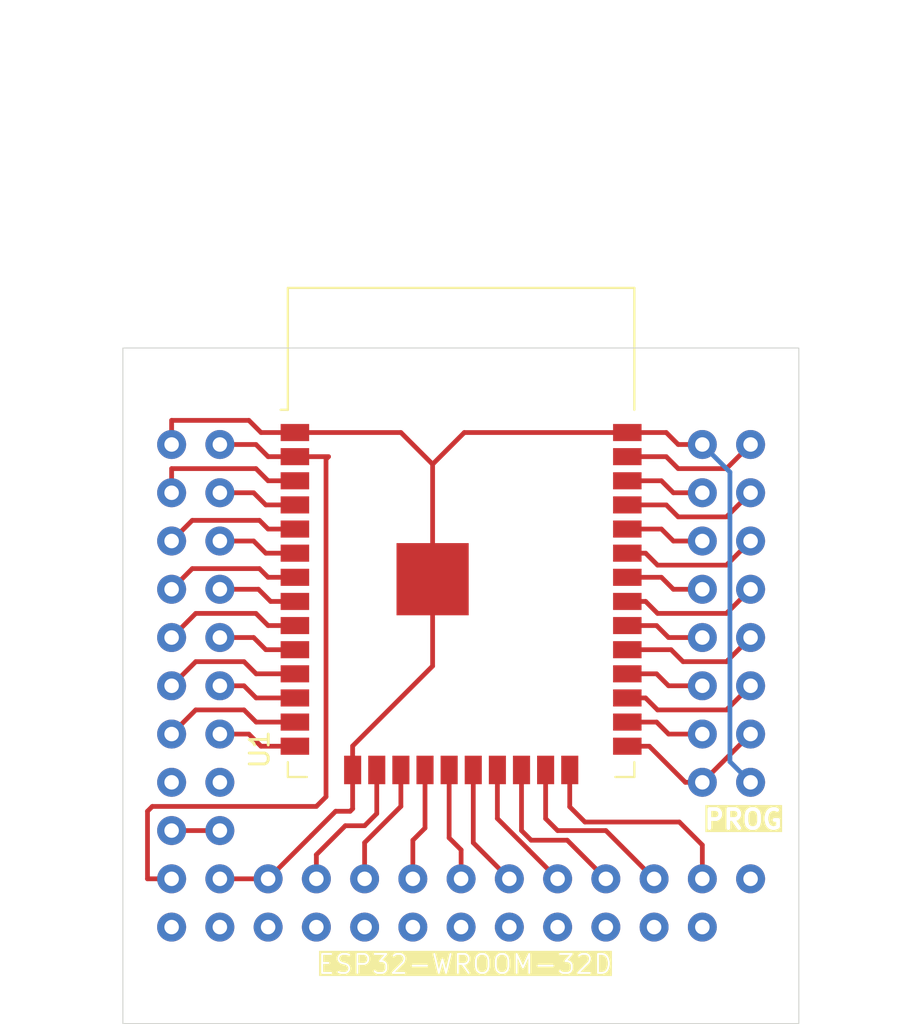
<source format=kicad_pcb>
(kicad_pcb (version 20221018) (generator pcbnew)
  (layers (0 "F.Cu" signal) (31 "B.Cu" signal) (34 "B.Paste" user) (35 "F.Paste" user) (36 "B.SilkS" user "B.Silkscreen") (37 "F.SilkS" user "F.Silkscreen") (38 "B.Mask" user) (39 "F.Mask" user) (44 "Edge.Cuts" user))
  (net 0 "")
  (net 1 "Net-(U1-GND-Pad1)")
  (net 2 "unconnected-(U1-VDD-Pad2)")
  (net 3 "unconnected-(U1-EN-Pad3)")
  (net 4 "unconnected-(U1-SENSOR_VP-Pad4)")
  (net 5 "unconnected-(U1-SENSOR_VN-Pad5)")
  (net 6 "unconnected-(U1-IO34-Pad6)")
  (net 7 "unconnected-(U1-IO35-Pad7)")
  (net 8 "unconnected-(U1-IO32-Pad8)")
  (net 9 "unconnected-(U1-IO33-Pad9)")
  (net 10 "unconnected-(U1-IO25-Pad10)")
  (net 11 "unconnected-(U1-IO26-Pad11)")
  (net 12 "unconnected-(U1-IO27-Pad12)")
  (net 13 "unconnected-(U1-IO14-Pad13)")
  (net 14 "unconnected-(U1-IO12-Pad14)")
  (net 15 "unconnected-(U1-IO13-Pad16)")
  (net 16 "unconnected-(U1-SHD{slash}SD2-Pad17)")
  (net 17 "unconnected-(U1-SWP{slash}SD3-Pad18)")
  (net 18 "unconnected-(U1-SCS{slash}CMD-Pad19)")
  (net 19 "unconnected-(U1-SCK{slash}CLK-Pad20)")
  (net 20 "unconnected-(U1-SDO{slash}SD0-Pad21)")
  (net 21 "unconnected-(U1-SDI{slash}SD1-Pad22)")
  (net 22 "unconnected-(U1-IO15-Pad23)")
  (net 23 "unconnected-(U1-IO2-Pad24)")
  (net 24 "unconnected-(U1-IO0-Pad25)")
  (net 25 "unconnected-(U1-IO4-Pad26)")
  (net 26 "unconnected-(U1-IO16-Pad27)")
  (net 27 "unconnected-(U1-IO17-Pad28)")
  (net 28 "unconnected-(U1-IO5-Pad29)")
  (net 29 "unconnected-(U1-IO18-Pad30)")
  (net 30 "unconnected-(U1-IO19-Pad31)")
  (net 31 "unconnected-(U1-NC-Pad32)")
  (net 32 "unconnected-(U1-IO21-Pad33)")
  (net 33 "unconnected-(U1-RXD0{slash}IO3-Pad34)")
  (net 34 "unconnected-(U1-TXD0{slash}IO1-Pad35)")
  (net 35 "unconnected-(U1-IO22-Pad36)")
  (net 36 "unconnected-(U1-IO23-Pad37)")
  (footprint "Alexander Footprints Library:ESP32-WROOM-Adapter-2" (layer "F.Cu") (at 160.02 88.9)
    (fp_text reference "U1" (at -10.61 8.43 90) (layer "F.SilkS"))
    (fp_text value "ESP32-WROOM-32D")
    (fp_text user "PROG" (at 12.7 12.7 unlocked) (layer "F.SilkS" knockout) (effects (font (thickness 0.2) bold) (justify left bottom)))
    (fp_text user "ESP32-WROOM-32D" (at -7.62 20.32 unlocked) (layer "F.SilkS" knockout) (effects (font (thickness 0.1)) (justify left bottom)))
    (fp_line (start -9.12 -15.86) (end -9.12 -9.445) (stroke (width 0.12)) (layer "F.SilkS"))
    (fp_line (start -9.12 -15.86) (end 9.12 -15.86) (stroke (width 0.12)) (layer "F.SilkS"))
    (fp_line (start -9.12 -9.445) (end -9.5 -9.445) (stroke (width 0.12)) (layer "F.SilkS"))
    (fp_line (start -9.12 9.1) (end -9.12 9.88) (stroke (width 0.12)) (layer "F.SilkS"))
    (fp_line (start -9.12 9.88) (end -8.12 9.88) (stroke (width 0.12)) (layer "F.SilkS"))
    (fp_line (start 9.12 -15.86) (end 9.12 -9.445) (stroke (width 0.12)) (layer "F.SilkS"))
    (fp_line (start 9.12 9.1) (end 9.12 9.88) (stroke (width 0.12)) (layer "F.SilkS"))
    (fp_line (start 9.12 9.88) (end 8.12 9.88) (stroke (width 0.12)) (layer "F.SilkS"))
    (fp_rect (start -17.8054 -12.7) (end 17.78 22.86) (stroke (width 0.05)) (fill none) (layer "Edge.Cuts"))
    (pad "" thru_hole circle (at -15.24 10.16) (size 1.524 1.524) (drill 0.762) (layers "*.Cu" "*.Mask"))
    (pad "" thru_hole circle (at -15.24 17.78 90) (size 1.524 1.524) (drill 0.762) (layers "*.Cu" "*.Mask"))
    (pad "" thru_hole circle (at -12.7 10.16) (size 1.524 1.524) (drill 0.762) (layers "*.Cu" "*.Mask"))
    (pad "" thru_hole circle (at -12.7 17.78 90) (size 1.524 1.524) (drill 0.762) (layers "*.Cu" "*.Mask"))
    (pad "" thru_hole circle (at -10.16 17.78 90) (size 1.524 1.524) (drill 0.762) (layers "*.Cu" "*.Mask"))
    (pad "" thru_hole circle (at -7.62 17.78 90) (size 1.524 1.524) (drill 0.762) (layers "*.Cu" "*.Mask"))
    (pad "" thru_hole circle (at -5.08 17.78 90) (size 1.524 1.524) (drill 0.762) (layers "*.Cu" "*.Mask"))
    (pad "" thru_hole circle (at -2.54 17.78 90) (size 1.524 1.524) (drill 0.762) (layers "*.Cu" "*.Mask"))
    (pad "" thru_hole circle (at 0 17.78 90) (size 1.524 1.524) (drill 0.762) (layers "*.Cu" "*.Mask"))
    (pad "" thru_hole circle (at 2.54 17.78 90) (size 1.524 1.524) (drill 0.762) (layers "*.Cu" "*.Mask"))
    (pad "" thru_hole circle (at 5.08 17.78 90) (size 1.524 1.524) (drill 0.762) (layers "*.Cu" "*.Mask"))
    (pad "" thru_hole circle (at 7.62 17.78 90) (size 1.524 1.524) (drill 0.762) (layers "*.Cu" "*.Mask"))
    (pad "" thru_hole circle (at 10.16 17.78 90) (size 1.524 1.524) (drill 0.762) (layers "*.Cu" "*.Mask"))
    (pad "" thru_hole circle (at 12.7 17.78 90) (size 1.524 1.524) (drill 0.762) (layers "*.Cu" "*.Mask"))
    (pad "" thru_hole circle (at 15.24 15.24 90) (size 1.524 1.524) (drill 0.762) (layers "*.Cu" "*.Mask"))
    (pad "1" thru_hole circle (at -15.24 -7.62) (size 1.524 1.524) (drill 0.762) (layers "*.Cu" "*.Mask") (net 1 "Net-(U1-GND-Pad1)"))
    (pad "1" smd rect (at -8.75 -8.25) (size 1.5 0.9) (layers "F.Cu" "F.Paste" "F.Mask") (net 1 "Net-(U1-GND-Pad1)"))
    (pad "2" thru_hole circle (at -15.24 15.24 90) (size 1.524 1.524) (drill 0.762) (layers "*.Cu" "*.Mask") (net 2 "unconnected-(U1-VDD-Pad2)"))
    (pad "2" thru_hole circle (at -12.7 -7.62) (size 1.524 1.524) (drill 0.762) (layers "*.Cu" "*.Mask") (net 2 "unconnected-(U1-VDD-Pad2)"))
    (pad "2" smd rect (at -8.75 -6.98) (size 1.5 0.9) (layers "F.Cu" "F.Paste" "F.Mask") (net 2 "unconnected-(U1-VDD-Pad2)"))
    (pad "3" thru_hole circle (at -15.24 -5.08) (size 1.524 1.524) (drill 0.762) (layers "*.Cu" "*.Mask") (net 3 "unconnected-(U1-EN-Pad3)"))
    (pad "3" smd rect (at -8.75 -5.71) (size 1.5 0.9) (layers "F.Cu" "F.Paste" "F.Mask") (net 3 "unconnected-(U1-EN-Pad3)"))
    (pad "4" thru_hole circle (at -12.7 -5.08) (size 1.524 1.524) (drill 0.762) (layers "*.Cu" "*.Mask") (net 4 "unconnected-(U1-SENSOR_VP-Pad4)"))
    (pad "4" smd rect (at -8.75 -4.44) (size 1.5 0.9) (layers "F.Cu" "F.Paste" "F.Mask") (net 4 "unconnected-(U1-SENSOR_VP-Pad4)"))
    (pad "5" thru_hole circle (at -15.24 -2.54) (size 1.524 1.524) (drill 0.762) (layers "*.Cu" "*.Mask") (net 5 "unconnected-(U1-SENSOR_VN-Pad5)"))
    (pad "5" smd rect (at -8.75 -3.17) (size 1.5 0.9) (layers "F.Cu" "F.Paste" "F.Mask") (net 5 "unconnected-(U1-SENSOR_VN-Pad5)"))
    (pad "6" thru_hole circle (at -12.7 -2.54) (size 1.524 1.524) (drill 0.762) (layers "*.Cu" "*.Mask") (net 6 "unconnected-(U1-IO34-Pad6)"))
    (pad "6" smd rect (at -8.75 -1.9) (size 1.5 0.9) (layers "F.Cu" "F.Paste" "F.Mask") (net 6 "unconnected-(U1-IO34-Pad6)"))
    (pad "7" thru_hole circle (at -15.24 0) (size 1.524 1.524) (drill 0.762) (layers "*.Cu" "*.Mask") (net 7 "unconnected-(U1-IO35-Pad7)"))
    (pad "7" smd rect (at -8.75 -0.63) (size 1.5 0.9) (layers "F.Cu" "F.Paste" "F.Mask") (net 7 "unconnected-(U1-IO35-Pad7)"))
    (pad "8" thru_hole circle (at -12.7 0) (size 1.524 1.524) (drill 0.762) (layers "*.Cu" "*.Mask") (net 8 "unconnected-(U1-IO32-Pad8)"))
    (pad "8" smd rect (at -8.75 0.64) (size 1.5 0.9) (layers "F.Cu" "F.Paste" "F.Mask") (net 8 "unconnected-(U1-IO32-Pad8)"))
    (pad "9" thru_hole circle (at -15.24 2.54) (size 1.524 1.524) (drill 0.762) (layers "*.Cu" "*.Mask") (net 9 "unconnected-(U1-IO33-Pad9)"))
    (pad "9" smd rect (at -8.75 1.91) (size 1.5 0.9) (layers "F.Cu" "F.Paste" "F.Mask") (net 9 "unconnected-(U1-IO33-Pad9)"))
    (pad "10" thru_hole circle (at -12.7 2.54) (size 1.524 1.524) (drill 0.762) (layers "*.Cu" "*.Mask") (net 10 "unconnected-(U1-IO25-Pad10)"))
    (pad "10" smd rect (at -8.75 3.18) (size 1.5 0.9) (layers "F.Cu" "F.Paste" "F.Mask") (net 10 "unconnected-(U1-IO25-Pad10)"))
    (pad "11" thru_hole circle (at -15.24 5.08) (size 1.524 1.524) (drill 0.762) (layers "*.Cu" "*.Mask") (net 11 "unconnected-(U1-IO26-Pad11)"))
    (pad "11" smd rect (at -8.75 4.45) (size 1.5 0.9) (layers "F.Cu" "F.Paste" "F.Mask") (net 11 "unconnected-(U1-IO26-Pad11)"))
    (pad "12" thru_hole circle (at -12.7 5.08) (size 1.524 1.524) (drill 0.762) (layers "*.Cu" "*.Mask") (net 12 "unconnected-(U1-IO27-Pad12)"))
    (pad "12" smd rect (at -8.75 5.72) (size 1.5 0.9) (layers "F.Cu" "F.Paste" "F.Mask") (net 12 "unconnected-(U1-IO27-Pad12)"))
    (pad "13" thru_hole circle (at -15.24 7.62) (size 1.524 1.524) (drill 0.762) (layers "*.Cu" "*.Mask") (net 13 "unconnected-(U1-IO14-Pad13)"))
    (pad "13" smd rect (at -8.75 6.99) (size 1.5 0.9) (layers "F.Cu" "F.Paste" "F.Mask") (net 13 "unconnected-(U1-IO14-Pad13)"))
    (pad "14" thru_hole circle (at -12.7 7.62) (size 1.524 1.524) (drill 0.762) (layers "*.Cu" "*.Mask") (net 14 "unconnected-(U1-IO12-Pad14)"))
    (pad "14" smd rect (at -8.75 8.26) (size 1.5 0.9) (layers "F.Cu" "F.Paste" "F.Mask") (net 14 "unconnected-(U1-IO12-Pad14)"))
    (pad "15" thru_hole circle (at -15.24 12.7 90) (size 1.524 1.524) (drill 0.762) (layers "*.Cu" "*.Mask") (net 1 "Net-(U1-GND-Pad1)"))
    (pad "15" thru_hole circle (at -12.7 12.7 90) (size 1.524 1.524) (drill 0.762) (layers "*.Cu" "*.Mask") (net 1 "Net-(U1-GND-Pad1)"))
    (pad "15" thru_hole circle (at -12.7 15.24 90) (size 1.524 1.524) (drill 0.762) (layers "*.Cu" "*.Mask") (net 1 "Net-(U1-GND-Pad1)"))
    (pad "15" thru_hole circle (at -10.16 15.24 90) (size 1.524 1.524) (drill 0.762) (layers "*.Cu" "*.Mask") (net 1 "Net-(U1-GND-Pad1)"))
    (pad "15" smd rect (at -5.71 9.51 90) (size 1.5 0.9) (layers "F.Cu" "F.Paste" "F.Mask") (net 1 "Net-(U1-GND-Pad1)"))
    (pad "16" thru_hole circle (at -7.62 15.24 90) (size 1.524 1.524) (drill 0.762) (layers "*.Cu" "*.Mask") (net 15 "unconnected-(U1-IO13-Pad16)"))
    (pad "16" smd rect (at -4.44 9.51 90) (size 1.5 0.9) (layers "F.Cu" "F.Paste" "F.Mask") (net 15 "unconnected-(U1-IO13-Pad16)"))
    (pad "17" thru_hole circle (at -5.08 15.24 90) (size 1.524 1.524) (drill 0.762) (layers "*.Cu" "*.Mask") (net 16 "unconnected-(U1-SHD{slash}SD2-Pad17)"))
    (pad "17" smd rect (at -3.17 9.51 90) (size 1.5 0.9) (layers "F.Cu" "F.Paste" "F.Mask") (net 16 "unconnected-(U1-SHD{slash}SD2-Pad17)"))
    (pad "18" thru_hole circle (at -2.54 15.24 90) (size 1.524 1.524) (drill 0.762) (layers "*.Cu" "*.Mask") (net 17 "unconnected-(U1-SWP{slash}SD3-Pad18)"))
    (pad "18" smd rect (at -1.9 9.51 90) (size 1.5 0.9) (layers "F.Cu" "F.Paste" "F.Mask") (net 17 "unconnected-(U1-SWP{slash}SD3-Pad18)"))
    (pad "19" smd rect (at -0.63 9.51 90) (size 1.5 0.9) (layers "F.Cu" "F.Paste" "F.Mask") (net 18 "unconnected-(U1-SCS{slash}CMD-Pad19)"))
    (pad "19" thru_hole circle (at 0 15.24 90) (size 1.524 1.524) (drill 0.762) (layers "*.Cu" "*.Mask") (net 18 "unconnected-(U1-SCS{slash}CMD-Pad19)"))
    (pad "20" smd rect (at 0.64 9.51 90) (size 1.5 0.9) (layers "F.Cu" "F.Paste" "F.Mask") (net 19 "unconnected-(U1-SCK{slash}CLK-Pad20)"))
    (pad "20" thru_hole circle (at 2.54 15.24 90) (size 1.524 1.524) (drill 0.762) (layers "*.Cu" "*.Mask") (net 19 "unconnected-(U1-SCK{slash}CLK-Pad20)"))
    (pad "21" smd rect (at 1.91 9.51 90) (size 1.5 0.9) (layers "F.Cu" "F.Paste" "F.Mask") (net 20 "unconnected-(U1-SDO{slash}SD0-Pad21)"))
    (pad "21" thru_hole circle (at 5.08 15.24 90) (size 1.524 1.524) (drill 0.762) (layers "*.Cu" "*.Mask") (net 20 "unconnected-(U1-SDO{slash}SD0-Pad21)"))
    (pad "22" smd rect (at 3.18 9.51 90) (size 1.5 0.9) (layers "F.Cu" "F.Paste" "F.Mask") (net 21 "unconnected-(U1-SDI{slash}SD1-Pad22)"))
    (pad "22" thru_hole circle (at 7.62 15.24 90) (size 1.524 1.524) (drill 0.762) (layers "*.Cu" "*.Mask") (net 21 "unconnected-(U1-SDI{slash}SD1-Pad22)"))
    (pad "23" smd rect (at 4.45 9.51 90) (size 1.5 0.9) (layers "F.Cu" "F.Paste" "F.Mask") (net 22 "unconnected-(U1-IO15-Pad23)"))
    (pad "23" thru_hole circle (at 10.16 15.24 90) (size 1.524 1.524) (drill 0.762) (layers "*.Cu" "*.Mask") (net 22 "unconnected-(U1-IO15-Pad23)"))
    (pad "24" smd rect (at 5.72 9.51 90) (size 1.5 0.9) (layers "F.Cu" "F.Paste" "F.Mask") (net 23 "unconnected-(U1-IO2-Pad24)"))
    (pad "24" thru_hole circle (at 12.7 15.24 90) (size 1.524 1.524) (drill 0.762) (layers "*.Cu" "*.Mask") (net 23 "unconnected-(U1-IO2-Pad24)"))
    (pad "25" smd rect (at 8.75 8.26) (size 1.5 0.9) (layers "F.Cu" "F.Paste" "F.Mask") (net 24 "unconnected-(U1-IO0-Pad25)"))
    (pad "25" thru_hole circle (at 12.7 10.16) (size 1.524 1.524) (drill 0.762) (layers "*.Cu" "*.Mask") (net 24 "unconnected-(U1-IO0-Pad25)"))
    (pad "25" thru_hole circle (at 15.24 7.62) (size 1.524 1.524) (drill 0.762) (layers "*.Cu" "*.Mask") (net 24 "unconnected-(U1-IO0-Pad25)"))
    (pad "26" smd rect (at 8.75 6.99) (size 1.5 0.9) (layers "F.Cu" "F.Paste" "F.Mask") (net 25 "unconnected-(U1-IO4-Pad26)"))
    (pad "26" thru_hole circle (at 12.7 7.62) (size 1.524 1.524) (drill 0.762) (layers "*.Cu" "*.Mask") (net 25 "unconnected-(U1-IO4-Pad26)"))
    (pad "27" smd rect (at 8.75 5.72) (size 1.5 0.9) (layers "F.Cu" "F.Paste" "F.Mask") (net 26 "unconnected-(U1-IO16-Pad27)"))
    (pad "27" thru_hole circle (at 15.24 5.08) (size 1.524 1.524) (drill 0.762) (layers "*.Cu" "*.Mask") (net 26 "unconnected-(U1-IO16-Pad27)"))
    (pad "28" smd rect (at 8.75 4.45) (size 1.5 0.9) (layers "F.Cu" "F.Paste" "F.Mask") (net 27 "unconnected-(U1-IO17-Pad28)"))
    (pad "28" thru_hole circle (at 12.7 5.08) (size 1.524 1.524) (drill 0.762) (layers "*.Cu" "*.Mask") (net 27 "unconnected-(U1-IO17-Pad28)"))
    (pad "29" smd rect (at 8.75 3.18) (size 1.5 0.9) (layers "F.Cu" "F.Paste" "F.Mask") (net 28 "unconnected-(U1-IO5-Pad29)"))
    (pad "29" thru_hole circle (at 15.24 2.54) (size 1.524 1.524) (drill 0.762) (layers "*.Cu" "*.Mask") (net 28 "unconnected-(U1-IO5-Pad29)"))
    (pad "30" smd rect (at 8.75 1.91) (size 1.5 0.9) (layers "F.Cu" "F.Paste" "F.Mask") (net 29 "unconnected-(U1-IO18-Pad30)"))
    (pad "30" thru_hole circle (at 12.7 2.54) (size 1.524 1.524) (drill 0.762) (layers "*.Cu" "*.Mask") (net 29 "unconnected-(U1-IO18-Pad30)"))
    (pad "31" smd rect (at 8.75 0.64) (size 1.5 0.9) (layers "F.Cu" "F.Paste" "F.Mask") (net 30 "unconnected-(U1-IO19-Pad31)"))
    (pad "31" thru_hole circle (at 15.24 0) (size 1.524 1.524) (drill 0.762) (layers "*.Cu" "*.Mask") (net 30 "unconnected-(U1-IO19-Pad31)"))
    (pad "32" smd rect (at 8.75 -0.63) (size 1.5 0.9) (layers "F.Cu" "F.Paste" "F.Mask") (net 31 "unconnected-(U1-NC-Pad32)"))
    (pad "32" thru_hole circle (at 12.7 0) (size 1.524 1.524) (drill 0.762) (layers "*.Cu" "*.Mask") (net 31 "unconnected-(U1-NC-Pad32)"))
    (pad "33" smd rect (at 8.75 -1.9) (size 1.5 0.9) (layers "F.Cu" "F.Paste" "F.Mask") (net 32 "unconnected-(U1-IO21-Pad33)"))
    (pad "33" thru_hole circle (at 15.24 -2.54) (size 1.524 1.524) (drill 0.762) (layers "*.Cu" "*.Mask") (net 32 "unconnected-(U1-IO21-Pad33)"))
    (pad "34" smd rect (at 8.75 -3.17) (size 1.5 0.9) (layers "F.Cu" "F.Paste" "F.Mask") (net 33 "unconnected-(U1-RXD0{slash}IO3-Pad34)"))
    (pad "34" thru_hole circle (at 12.7 -2.54) (size 1.524 1.524) (drill 0.762) (layers "*.Cu" "*.Mask") (net 33 "unconnected-(U1-RXD0{slash}IO3-Pad34)"))
    (pad "35" smd rect (at 8.75 -4.44) (size 1.5 0.9) (layers "F.Cu" "F.Paste" "F.Mask") (net 34 "unconnected-(U1-TXD0{slash}IO1-Pad35)"))
    (pad "35" thru_hole circle (at 15.24 -5.08) (size 1.524 1.524) (drill 0.762) (layers "*.Cu" "*.Mask") (net 34 "unconnected-(U1-TXD0{slash}IO1-Pad35)"))
    (pad "36" smd rect (at 8.75 -5.71) (size 1.5 0.9) (layers "F.Cu" "F.Paste" "F.Mask") (net 35 "unconnected-(U1-IO22-Pad36)"))
    (pad "36" thru_hole circle (at 12.7 -5.08) (size 1.524 1.524) (drill 0.762) (layers "*.Cu" "*.Mask") (net 35 "unconnected-(U1-IO22-Pad36)"))
    (pad "37" smd rect (at 8.75 -6.98) (size 1.5 0.9) (layers "F.Cu" "F.Paste" "F.Mask") (net 36 "unconnected-(U1-IO23-Pad37)"))
    (pad "37" thru_hole circle (at 15.24 -7.62) (size 1.524 1.524) (drill 0.762) (layers "*.Cu" "*.Mask") (net 36 "unconnected-(U1-IO23-Pad37)"))
    (pad "38" smd rect (at 8.75 -8.25) (size 1.5 0.9) (layers "F.Cu" "F.Paste" "F.Mask") (net 1 "Net-(U1-GND-Pad1)"))
    (pad "38" thru_hole circle (at 12.7 -7.62) (size 1.524 1.524) (drill 0.762) (layers "*.Cu" "*.Mask") (net 1 "Net-(U1-GND-Pad1)"))
    (pad "38" thru_hole circle (at 15.24 10.16) (size 1.524 1.524) (drill 0.762) (layers "*.Cu" "*.Mask") (net 1 "Net-(U1-GND-Pad1)"))
    (pad "39" smd rect (at -1.5 -0.53) (size 3.8 3.8) (layers "F.Cu" "F.Mask") (net 1 "Net-(U1-GND-Pad1)"))
  )
  (segment (start 148.847251 80.01) (end 144.78 80.01) (width 0.25) (layer "F.Cu") (net 1))
  (segment (start 156.85 80.65) (end 158.52 82.32) (width 0.25) (layer "F.Cu") (net 1))
  (segment (start 158.52 92.94) (end 158.52 88.37) (width 0.25) (layer "F.Cu") (net 1))
  (segment (start 153.416 100.584) (end 152.146 101.854) (width 0.25) (layer "F.Cu") (net 1))
  (segment (start 149.487251 80.65) (end 148.847251 80.01) (width 0.25) (layer "F.Cu") (net 1))
  (segment (start 151.27 80.65) (end 149.487251 80.65) (width 0.25) (layer "F.Cu") (net 1))
  (segment (start 158.52 82.32) (end 158.52 88.37) (width 0.25) (layer "F.Cu") (net 1))
  (segment (start 154.31 98.41) (end 154.31 97.15) (width 0.25) (layer "F.Cu") (net 1))
  (segment (start 154.31 100.452) (end 154.178 100.584) (width 0.25) (layer "F.Cu") (net 1))
  (segment (start 154.31 97.15) (end 158.52 92.94) (width 0.25) (layer "F.Cu") (net 1))
  (segment (start 147.32 104.14) (end 149.86 104.14) (width 0.25) (layer "F.Cu") (net 1))
  (segment (start 152.146 101.854) (end 149.86 104.14) (width 0.25) (layer "F.Cu") (net 1))
  (segment (start 171.45 81.28) (end 172.72 81.28) (width 0.25) (layer "F.Cu") (net 1))
  (segment (start 168.77 80.65) (end 160.19 80.65) (width 0.25) (layer "F.Cu") (net 1))
  (segment (start 160.19 80.65) (end 158.52 82.32) (width 0.25) (layer "F.Cu") (net 1))
  (segment (start 151.27 80.65) (end 156.85 80.65) (width 0.25) (layer "F.Cu") (net 1))
  (segment (start 144.78 101.6) (end 147.32 101.6) (width 0.25) (layer "F.Cu") (net 1))
  (segment (start 154.31 98.41) (end 154.31 100.452) (width 0.25) (layer "F.Cu") (net 1))
  (segment (start 170.82 80.65) (end 171.45 81.28) (width 0.25) (layer "F.Cu") (net 1))
  (segment (start 144.78 80.01) (end 144.78 81.28) (width 0.25) (layer "F.Cu") (net 1))
  (segment (start 154.178 100.584) (end 153.416 100.584) (width 0.25) (layer "F.Cu") (net 1))
  (segment (start 168.77 80.65) (end 170.82 80.65) (width 0.25) (layer "F.Cu") (net 1))
  (segment (start 174.173 97.973) (end 175.26 99.06) (width 0.25) (layer "B.Cu") (net 1))
  (segment (start 172.72 81.28) (end 174.173 82.733) (width 0.25) (layer "B.Cu") (net 1))
  (segment (start 174.173 82.733) (end 174.173 97.973) (width 0.25) (layer "B.Cu") (net 1))
  (segment (start 143.51 100.584) (end 143.764 100.33) (width 0.25) (layer "F.Cu") (net 2))
  (segment (start 153.04 81.92) (end 151.27 81.92) (width 0.25) (layer "F.Cu") (net 2))
  (segment (start 149.22 81.28) (end 149.86 81.92) (width 0.25) (layer "F.Cu") (net 2))
  (segment (start 151.27 81.92) (end 149.86 81.92) (width 0.25) (layer "F.Cu") (net 2))
  (segment (start 152.908 99.822) (end 152.908 82.052) (width 0.25) (layer "F.Cu") (net 2))
  (segment (start 147.32 81.28) (end 149.22 81.28) (width 0.25) (layer "F.Cu") (net 2))
  (segment (start 152.908 82.052) (end 153.04 81.92) (width 0.25) (layer "F.Cu") (net 2))
  (segment (start 152.4 100.33) (end 152.908 99.822) (width 0.25) (layer "F.Cu") (net 2))
  (segment (start 143.764 100.33) (end 152.4 100.33) (width 0.25) (layer "F.Cu") (net 2))
  (segment (start 144.78 104.14) (end 143.51 104.14) (width 0.25) (layer "F.Cu") (net 2))
  (segment (start 143.51 104.14) (end 143.51 100.584) (width 0.25) (layer "F.Cu") (net 2))
  (segment (start 149.22 82.55) (end 144.78 82.55) (width 0.25) (layer "F.Cu") (net 3))
  (segment (start 149.86 83.19) (end 149.22 82.55) (width 0.25) (layer "F.Cu") (net 3))
  (segment (start 151.27 83.19) (end 149.86 83.19) (width 0.25) (layer "F.Cu") (net 3))
  (segment (start 144.78 82.55) (end 144.78 83.82) (width 0.25) (layer "F.Cu") (net 3))
  (segment (start 147.32 83.82) (end 149.098 83.82) (width 0.25) (layer "F.Cu") (net 4))
  (segment (start 149.098 83.82) (end 149.738 84.46) (width 0.25) (layer "F.Cu") (net 4))
  (segment (start 149.738 84.46) (end 151.27 84.46) (width 0.25) (layer "F.Cu") (net 4))
  (segment (start 151.27 85.73) (end 149.86 85.73) (width 0.25) (layer "F.Cu") (net 5))
  (segment (start 144.78 86.36) (end 145.867 85.273) (width 0.25) (layer "F.Cu") (net 5))
  (segment (start 145.867 85.273) (end 149.403 85.273) (width 0.25) (layer "F.Cu") (net 5))
  (segment (start 149.403 85.273) (end 149.86 85.73) (width 0.25) (layer "F.Cu") (net 5))
  (segment (start 149.098 86.36) (end 147.32 86.36) (width 0.25) (layer "F.Cu") (net 6))
  (segment (start 149.738 87) (end 149.098 86.36) (width 0.25) (layer "F.Cu") (net 6))
  (segment (start 151.27 87) (end 149.738 87) (width 0.25) (layer "F.Cu") (net 6))
  (segment (start 144.78 88.9) (end 145.867 87.813) (width 0.25) (layer "F.Cu") (net 7))
  (segment (start 151.27 88.27) (end 149.86 88.27) (width 0.25) (layer "F.Cu") (net 7))
  (segment (start 145.867 87.813) (end 149.403 87.813) (width 0.25) (layer "F.Cu") (net 7))
  (segment (start 149.403 87.813) (end 149.86 88.27) (width 0.25) (layer "F.Cu") (net 7))
  (segment (start 151.27 89.54) (end 149.992 89.54) (width 0.25) (layer "F.Cu") (net 8))
  (segment (start 149.352 88.9) (end 147.32 88.9) (width 0.25) (layer "F.Cu") (net 8))
  (segment (start 149.992 89.54) (end 149.352 88.9) (width 0.25) (layer "F.Cu") (net 8))
  (segment (start 149.22 90.17) (end 149.86 90.81) (width 0.25) (layer "F.Cu") (net 9))
  (segment (start 146.05 90.17) (end 149.22 90.17) (width 0.25) (layer "F.Cu") (net 9))
  (segment (start 144.78 91.44) (end 146.05 90.17) (width 0.25) (layer "F.Cu") (net 9))
  (segment (start 149.86 90.81) (end 151.27 90.81) (width 0.25) (layer "F.Cu") (net 9))
  (segment (start 149.738 92.08) (end 149.098 91.44) (width 0.25) (layer "F.Cu") (net 10))
  (segment (start 151.27 92.08) (end 149.738 92.08) (width 0.25) (layer "F.Cu") (net 10))
  (segment (start 149.098 91.44) (end 147.32 91.44) (width 0.25) (layer "F.Cu") (net 10))
  (segment (start 148.59 92.71) (end 146.05 92.71) (width 0.25) (layer "F.Cu") (net 11))
  (segment (start 149.23 93.35) (end 148.59 92.71) (width 0.25) (layer "F.Cu") (net 11))
  (segment (start 146.05 92.71) (end 144.78 93.98) (width 0.25) (layer "F.Cu") (net 11))
  (segment (start 151.27 93.35) (end 149.23 93.35) (width 0.25) (layer "F.Cu") (net 11))
  (segment (start 151.27 94.62) (end 149.23 94.62) (width 0.25) (layer "F.Cu") (net 12))
  (segment (start 148.59 93.98) (end 147.32 93.98) (width 0.25) (layer "F.Cu") (net 12))
  (segment (start 149.23 94.62) (end 148.59 93.98) (width 0.25) (layer "F.Cu") (net 12))
  (segment (start 144.78 96.52) (end 146.05 95.25) (width 0.25) (layer "F.Cu") (net 13))
  (segment (start 146.05 95.25) (end 148.59 95.25) (width 0.25) (layer "F.Cu") (net 13))
  (segment (start 149.23 95.89) (end 151.27 95.89) (width 0.25) (layer "F.Cu") (net 13))
  (segment (start 148.59 95.25) (end 149.23 95.89) (width 0.25) (layer "F.Cu") (net 13))
  (segment (start 148.844 96.52) (end 147.32 96.52) (width 0.25) (layer "F.Cu") (net 14))
  (segment (start 149.484 97.16) (end 148.844 96.52) (width 0.25) (layer "F.Cu") (net 14))
  (segment (start 151.27 97.16) (end 149.484 97.16) (width 0.25) (layer "F.Cu") (net 14))
  (segment (start 155.58 100.706) (end 154.94 101.346) (width 0.25) (layer "F.Cu") (net 15))
  (segment (start 154.94 101.346) (end 153.924 101.346) (width 0.25) (layer "F.Cu") (net 15))
  (segment (start 155.58 98.41) (end 155.58 100.706) (width 0.25) (layer "F.Cu") (net 15))
  (segment (start 153.924 101.346) (end 152.4 102.87) (width 0.25) (layer "F.Cu") (net 15))
  (segment (start 152.4 102.87) (end 152.4 104.14) (width 0.25) (layer "F.Cu") (net 15))
  (segment (start 156.85 98.41) (end 156.85 100.326396) (width 0.25) (layer "F.Cu") (net 16))
  (segment (start 156.85 100.326396) (end 154.94 102.236396) (width 0.25) (layer "F.Cu") (net 16))
  (segment (start 154.94 102.236396) (end 154.94 104.14) (width 0.25) (layer "F.Cu") (net 16))
  (segment (start 157.48 102.108) (end 157.48 104.14) (width 0.25) (layer "F.Cu") (net 17))
  (segment (start 158.12 98.41) (end 158.12 101.468) (width 0.25) (layer "F.Cu") (net 17))
  (segment (start 158.12 101.468) (end 157.48 102.108) (width 0.25) (layer "F.Cu") (net 17))
  (segment (start 159.39 101.986) (end 160.02 102.616) (width 0.25) (layer "F.Cu") (net 18))
  (segment (start 159.39 98.41) (end 159.39 101.986) (width 0.25) (layer "F.Cu") (net 18))
  (segment (start 160.02 102.616) (end 160.02 104.14) (width 0.25) (layer "F.Cu") (net 18))
  (segment (start 160.66 98.41) (end 160.66 102.24) (width 0.25) (layer "F.Cu") (net 19))
  (segment (start 160.66 102.24) (end 162.56 104.14) (width 0.25) (layer "F.Cu") (net 19))
  (segment (start 163.579604 102.616) (end 163.579604 102.619604) (width 0.25) (layer "F.Cu") (net 20))
  (segment (start 161.93 100.966396) (end 163.579604 102.616) (width 0.25) (layer "F.Cu") (net 20))
  (segment (start 163.579604 102.619604) (end 165.1 104.14) (width 0.25) (layer "F.Cu") (net 20))
  (segment (start 161.93 98.41) (end 161.93 100.966396) (width 0.25) (layer "F.Cu") (net 20))
  (segment (start 163.2 101.6) (end 163.708 102.108) (width 0.25) (layer "F.Cu") (net 21))
  (segment (start 163.2 98.41) (end 163.2 101.6) (width 0.25) (layer "F.Cu") (net 21))
  (segment (start 163.708 102.108) (end 165.608 102.108) (width 0.25) (layer "F.Cu") (net 21))
  (segment (start 165.608 102.108) (end 167.64 104.14) (width 0.25) (layer "F.Cu") (net 21))
  (segment (start 164.47 100.97) (end 165.1 101.6) (width 0.25) (layer "F.Cu") (net 22))
  (segment (start 165.1 101.6) (end 167.64 101.6) (width 0.25) (layer "F.Cu") (net 22))
  (segment (start 167.64 101.6) (end 170.18 104.14) (width 0.25) (layer "F.Cu") (net 22))
  (segment (start 164.47 98.41) (end 164.47 100.97) (width 0.25) (layer "F.Cu") (net 22))
  (segment (start 171.508 101.15) (end 172.72 102.362) (width 0.25) (layer "F.Cu") (net 23))
  (segment (start 165.74 98.41) (end 165.74 100.35) (width 0.25) (layer "F.Cu") (net 23))
  (segment (start 165.74 100.35) (end 166.54 101.15) (width 0.25) (layer "F.Cu") (net 23))
  (segment (start 166.54 101.15) (end 171.508 101.15) (width 0.25) (layer "F.Cu") (net 23))
  (segment (start 172.72 102.362) (end 172.72 104.14) (width 0.25) (layer "F.Cu") (net 23))
  (segment (start 171.826 99.06) (end 172.72 99.06) (width 0.25) (layer "F.Cu") (net 24))
  (segment (start 169.926 97.16) (end 171.826 99.06) (width 0.25) (layer "F.Cu") (net 24))
  (segment (start 172.72 99.06) (end 175.26 96.52) (width 0.25) (layer "F.Cu") (net 24))
  (segment (start 168.77 97.16) (end 169.926 97.16) (width 0.25) (layer "F.Cu") (net 24))
  (segment (start 170.942 96.52) (end 172.72 96.52) (width 0.25) (layer "F.Cu") (net 25))
  (segment (start 170.312 95.89) (end 170.942 96.52) (width 0.25) (layer "F.Cu") (net 25))
  (segment (start 168.77 95.89) (end 170.312 95.89) (width 0.25) (layer "F.Cu") (net 25))
  (segment (start 173.99 95.25) (end 175.26 93.98) (width 0.25) (layer "F.Cu") (net 26))
  (segment (start 169.733 94.62) (end 170.363 95.25) (width 0.25) (layer "F.Cu") (net 26))
  (segment (start 170.363 95.25) (end 173.99 95.25) (width 0.25) (layer "F.Cu") (net 26))
  (segment (start 168.77 94.62) (end 169.733 94.62) (width 0.25) (layer "F.Cu") (net 26))
  (segment (start 168.77 93.35) (end 170.312 93.35) (width 0.25) (layer "F.Cu") (net 27))
  (segment (start 170.942 93.98) (end 172.72 93.98) (width 0.25) (layer "F.Cu") (net 27))
  (segment (start 170.312 93.35) (end 170.942 93.98) (width 0.25) (layer "F.Cu") (net 27))
  (segment (start 171.074 92.08) (end 171.704 92.71) (width 0.25) (layer "F.Cu") (net 28))
  (segment (start 173.99 92.71) (end 175.26 91.44) (width 0.25) (layer "F.Cu") (net 28))
  (segment (start 168.77 92.08) (end 171.074 92.08) (width 0.25) (layer "F.Cu") (net 28))
  (segment (start 171.704 92.71) (end 173.99 92.71) (width 0.25) (layer "F.Cu") (net 28))
  (segment (start 170.942 91.44) (end 172.72 91.44) (width 0.25) (layer "F.Cu") (net 29))
  (segment (start 170.312 90.81) (end 170.942 91.44) (width 0.25) (layer "F.Cu") (net 29))
  (segment (start 168.77 90.81) (end 170.312 90.81) (width 0.25) (layer "F.Cu") (net 29))
  (segment (start 173.99 90.17) (end 175.26 88.9) (width 0.25) (layer "F.Cu") (net 30))
  (segment (start 168.77 89.54) (end 169.733 89.54) (width 0.25) (layer "F.Cu") (net 30))
  (segment (start 170.363 90.17) (end 173.99 90.17) (width 0.25) (layer "F.Cu") (net 30))
  (segment (start 169.733 89.54) (end 170.363 90.17) (width 0.25) (layer "F.Cu") (net 30))
  (segment (start 171.196 88.9) (end 172.72 88.9) (width 0.25) (layer "F.Cu") (net 31))
  (segment (start 168.77 88.27) (end 170.566 88.27) (width 0.25) (layer "F.Cu") (net 31))
  (segment (start 170.566 88.27) (end 171.196 88.9) (width 0.25) (layer "F.Cu") (net 31))
  (segment (start 170.363 87.63) (end 173.99 87.63) (width 0.25) (layer "F.Cu") (net 32))
  (segment (start 173.99 87.63) (end 175.26 86.36) (width 0.25) (layer "F.Cu") (net 32))
  (segment (start 168.77 87) (end 169.733 87) (width 0.25) (layer "F.Cu") (net 32))
  (segment (start 169.733 87) (end 170.363 87.63) (width 0.25) (layer "F.Cu") (net 32))
  (segment (start 168.77 85.73) (end 170.566 85.73) (width 0.25) (layer "F.Cu") (net 33))
  (segment (start 170.566 85.73) (end 171.196 86.36) (width 0.25) (layer "F.Cu") (net 33))
  (segment (start 171.196 86.36) (end 172.72 86.36) (width 0.25) (layer "F.Cu") (net 33))
  (segment (start 170.82 84.46) (end 171.45 85.09) (width 0.25) (layer "F.Cu") (net 34))
  (segment (start 173.99 85.09) (end 175.26 83.82) (width 0.25) (layer "F.Cu") (net 34))
  (segment (start 171.45 85.09) (end 173.99 85.09) (width 0.25) (layer "F.Cu") (net 34))
  (segment (start 168.77 84.46) (end 170.82 84.46) (width 0.25) (layer "F.Cu") (net 34))
  (segment (start 168.77 83.19) (end 170.566 83.19) (width 0.25) (layer "F.Cu") (net 35))
  (segment (start 170.566 83.19) (end 171.196 83.82) (width 0.25) (layer "F.Cu") (net 35))
  (segment (start 171.196 83.82) (end 172.72 83.82) (width 0.25) (layer "F.Cu") (net 35))
  (segment (start 173.99 82.55) (end 175.26 81.28) (width 0.25) (layer "F.Cu") (net 36))
  (segment (start 168.77 81.92) (end 170.82 81.92) (width 0.25) (layer "F.Cu") (net 36))
  (segment (start 170.82 81.92) (end 171.45 82.55) (width 0.25) (layer "F.Cu") (net 36))
  (segment (start 171.45 82.55) (end 173.99 82.55) (width 0.25) (layer "F.Cu") (net 36))
)
</source>
